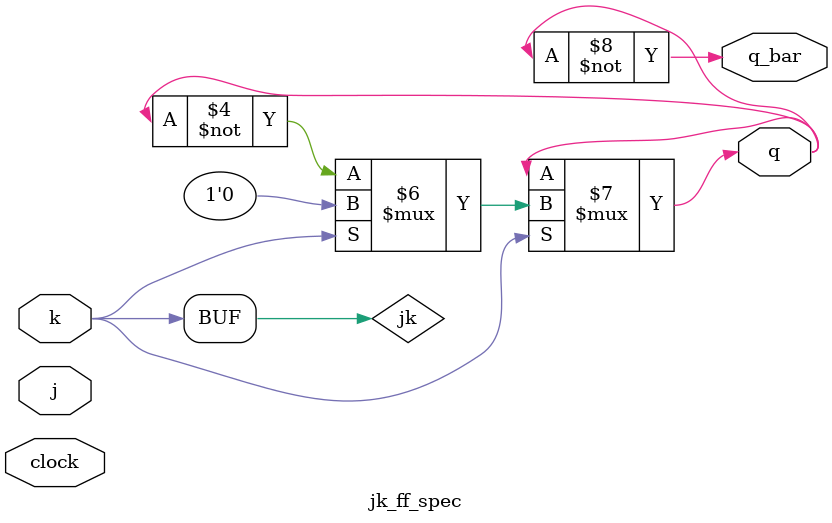
<source format=v>
module jk_ff_spec(input [0:0] clock, input [0:0] j, input [0:0] k, output [0:0] q, output [0:0] q_bar);
  wire jk;
  assign jk = {j, k};
  
  assign q = (jk == 2'b00) ? q : 
             (jk == 2'b01) ? 1'b0 : 
             (jk == 2'b10) ? 1'b1 : 
             ~q;

  assign q_bar = ~q;
endmodule

</source>
